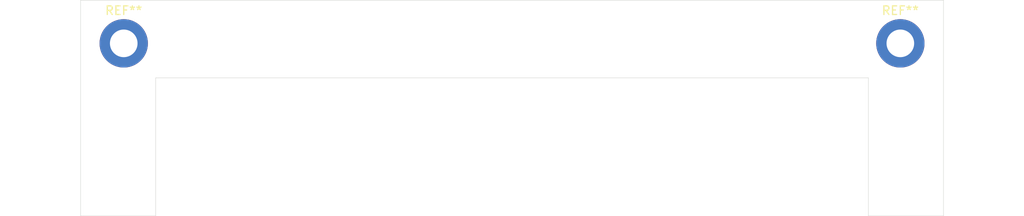
<source format=kicad_pcb>
(kicad_pcb (version 20171130) (host pcbnew "(5.1.2)-2")

  (general
    (thickness 1.6)
    (drawings 8)
    (tracks 0)
    (zones 0)
    (modules 2)
    (nets 1)
  )

  (page A2)
  (layers
    (0 F.Cu signal)
    (31 B.Cu signal)
    (32 B.Adhes user)
    (33 F.Adhes user)
    (34 B.Paste user)
    (35 F.Paste user)
    (36 B.SilkS user)
    (37 F.SilkS user)
    (38 B.Mask user)
    (39 F.Mask user)
    (40 Dwgs.User user)
    (41 Cmts.User user)
    (42 Eco1.User user)
    (43 Eco2.User user)
    (44 Edge.Cuts user)
    (45 Margin user)
    (46 B.CrtYd user)
    (47 F.CrtYd user)
    (48 B.Fab user)
    (49 F.Fab user)
  )

  (setup
    (last_trace_width 0.25)
    (trace_clearance 0.2)
    (zone_clearance 0.508)
    (zone_45_only no)
    (trace_min 0.2)
    (via_size 0.8)
    (via_drill 0.4)
    (via_min_size 0.4)
    (via_min_drill 0.3)
    (uvia_size 0.3)
    (uvia_drill 0.1)
    (uvias_allowed no)
    (uvia_min_size 0.2)
    (uvia_min_drill 0.1)
    (edge_width 0.05)
    (segment_width 0.2)
    (pcb_text_width 0.3)
    (pcb_text_size 1.5 1.5)
    (mod_edge_width 0.12)
    (mod_text_size 1 1)
    (mod_text_width 0.15)
    (pad_size 3.2 3.2)
    (pad_drill 1.8)
    (pad_to_mask_clearance 0.051)
    (solder_mask_min_width 0.25)
    (aux_axis_origin 0 0)
    (visible_elements 7FFFFFFF)
    (pcbplotparams
      (layerselection 0x010fc_ffffffff)
      (usegerberextensions false)
      (usegerberattributes false)
      (usegerberadvancedattributes false)
      (creategerberjobfile false)
      (excludeedgelayer true)
      (linewidth 0.100000)
      (plotframeref false)
      (viasonmask false)
      (mode 1)
      (useauxorigin false)
      (hpglpennumber 1)
      (hpglpenspeed 20)
      (hpglpendiameter 15.000000)
      (psnegative false)
      (psa4output false)
      (plotreference true)
      (plotvalue true)
      (plotinvisibletext false)
      (padsonsilk false)
      (subtractmaskfromsilk false)
      (outputformat 1)
      (mirror false)
      (drillshape 0)
      (scaleselection 1)
      (outputdirectory "D:/MAG+ SUCHAI 2 y 3/MAG_PC_AOA_FOD/A/Hardware/panel test/mini_sensor/"))
  )

  (net 0 "")

  (net_class Default "This is the default net class."
    (clearance 0.2)
    (trace_width 0.25)
    (via_dia 0.8)
    (via_drill 0.4)
    (uvia_dia 0.3)
    (uvia_drill 0.1)
  )

  (module Mounting_Holes:MountingHole_3.2mm_M3_DIN965_Pad (layer F.Cu) (tedit 56D1B4CB) (tstamp 61E8A339)
    (at 152 172.15)
    (descr "Mounting Hole 3.2mm, M3, DIN965")
    (tags "mounting hole 3.2mm m3 din965")
    (attr virtual)
    (fp_text reference REF** (at 0 -3.8) (layer F.SilkS)
      (effects (font (size 1 1) (thickness 0.15)))
    )
    (fp_text value MountingHole_3.2mm_M3_DIN965_Pad (at 0 3.8) (layer F.Fab)
      (effects (font (size 1 1) (thickness 0.15)))
    )
    (fp_text user %R (at 0.3 0) (layer F.Fab)
      (effects (font (size 1 1) (thickness 0.15)))
    )
    (fp_circle (center 0 0) (end 2.8 0) (layer Cmts.User) (width 0.15))
    (fp_circle (center 0 0) (end 3.05 0) (layer F.CrtYd) (width 0.05))
    (pad 1 thru_hole circle (at 0 0) (size 5.6 5.6) (drill 3.2) (layers *.Cu *.Mask))
  )

  (module Mounting_Holes:MountingHole_3.2mm_M3_DIN965_Pad (layer F.Cu) (tedit 56D1B4CB) (tstamp 61E8A337)
    (at 242 172.15)
    (descr "Mounting Hole 3.2mm, M3, DIN965")
    (tags "mounting hole 3.2mm m3 din965")
    (attr virtual)
    (fp_text reference REF** (at 0 -3.8) (layer F.SilkS)
      (effects (font (size 1 1) (thickness 0.15)))
    )
    (fp_text value MountingHole_3.2mm_M3_DIN965_Pad (at 0 3.8) (layer F.Fab)
      (effects (font (size 1 1) (thickness 0.15)))
    )
    (fp_text user %R (at 0.3 0) (layer F.Fab)
      (effects (font (size 1 1) (thickness 0.15)))
    )
    (fp_circle (center 0 0) (end 2.8 0) (layer Cmts.User) (width 0.15))
    (fp_circle (center 0 0) (end 3.05 0) (layer F.CrtYd) (width 0.05))
    (pad 1 thru_hole circle (at 0 0) (size 5.6 5.6) (drill 3.2) (layers *.Cu *.Mask))
  )

  (gr_line (start 238.3 176.15) (end 155.7 176.15) (layer Edge.Cuts) (width 0.05) (tstamp 61E8A23D))
  (gr_line (start 238.3 192.15) (end 238.3 176.15) (layer Edge.Cuts) (width 0.05))
  (gr_line (start 155.7 192.15) (end 155.7 176.15) (layer Edge.Cuts) (width 0.05))
  (gr_line (start 247 192.15) (end 238.3 192.15) (layer Edge.Cuts) (width 0.05))
  (gr_line (start 247 167.15) (end 247 192.15) (layer Edge.Cuts) (width 0.05))
  (gr_line (start 147 192.15) (end 155.7 192.15) (layer Edge.Cuts) (width 0.05))
  (gr_line (start 147 167.15) (end 147 192.15) (layer Edge.Cuts) (width 0.05))
  (gr_line (start 147 167.15) (end 247 167.15) (layer Edge.Cuts) (width 0.05) (tstamp 61852E7C))

)

</source>
